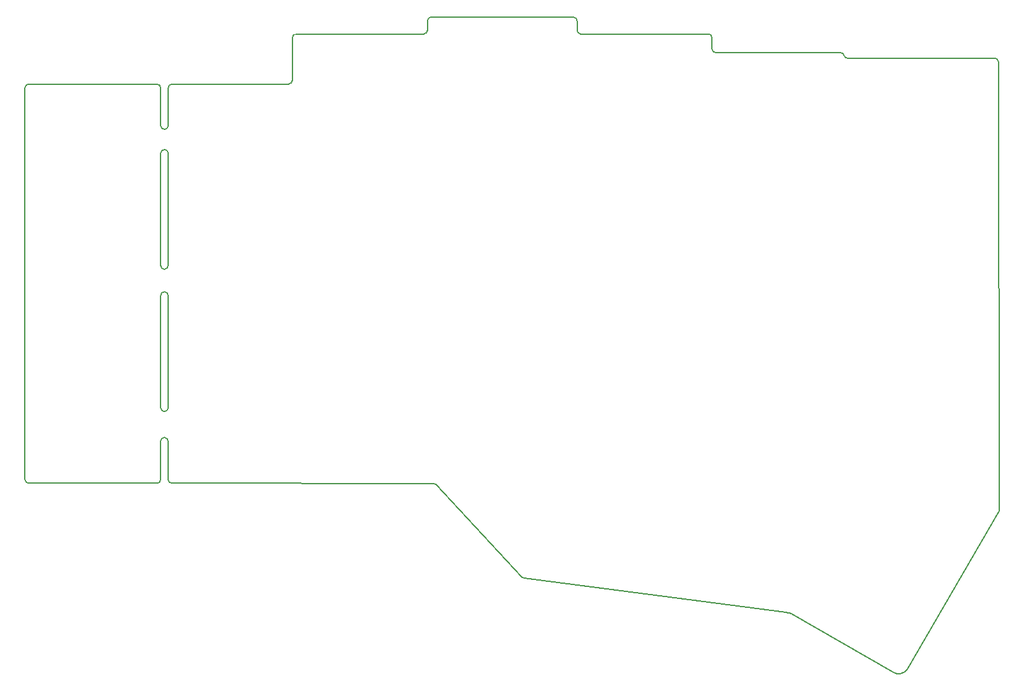
<source format=gm1>
G04 #@! TF.GenerationSoftware,KiCad,Pcbnew,(6.0.7)*
G04 #@! TF.CreationDate,2022-09-10T18:50:33+02:00*
G04 #@! TF.ProjectId,chococorne,63686f63-6f63-46f7-926e-652e6b696361,2.1*
G04 #@! TF.SameCoordinates,Original*
G04 #@! TF.FileFunction,Profile,NP*
%FSLAX46Y46*%
G04 Gerber Fmt 4.6, Leading zero omitted, Abs format (unit mm)*
G04 Created by KiCad (PCBNEW (6.0.7)) date 2022-09-10 18:50:33*
%MOMM*%
%LPD*%
G01*
G04 APERTURE LIST*
G04 #@! TA.AperFunction,Profile*
%ADD10C,0.150000*%
G04 #@! TD*
G04 APERTURE END LIST*
D10*
X187620000Y-52430000D02*
X167999902Y-52440020D01*
X93390000Y-55890000D02*
X77829520Y-55894020D01*
X113032807Y-109366852D02*
G75*
G03*
X112700000Y-109240000I-332807J-373148D01*
G01*
X124569999Y-121760001D02*
G75*
G03*
X124845863Y-121904977I371001J371001D01*
G01*
X113032807Y-109366852D02*
X124570000Y-121760000D01*
X174021997Y-134429478D02*
G75*
G03*
X175950000Y-134050000I775003J1149978D01*
G01*
X160464519Y-126604023D02*
G75*
G03*
X159810076Y-126474364I-987619J-3268477D01*
G01*
X175950000Y-134050000D02*
X188200000Y-112870000D01*
X160464520Y-126604020D02*
X174021988Y-134429491D01*
X124845863Y-121904977D02*
X159810076Y-126474364D01*
X112700000Y-109240000D02*
X77819520Y-109214020D01*
X167519902Y-52080020D02*
G75*
G03*
X167030000Y-51680000I-489902J-99980D01*
G01*
X167519886Y-52080025D02*
G75*
G03*
X167999902Y-52440020I480014J140025D01*
G01*
X167030000Y-51680000D02*
X150399520Y-51694020D01*
X93390000Y-55890000D02*
G75*
G03*
X93890000Y-55390000I0J500000D01*
G01*
X94399520Y-49194020D02*
G75*
G03*
X93899520Y-49694020I-20J-499980D01*
G01*
X131389520Y-46944020D02*
X112429520Y-46944020D01*
X131889520Y-48694020D02*
X131889520Y-47444020D01*
X149399520Y-49194020D02*
X132389520Y-49194020D01*
X149899520Y-51194020D02*
X149899520Y-49694020D01*
X93899520Y-49694020D02*
X93890000Y-55390000D01*
X111429520Y-49194020D02*
X94399520Y-49194020D01*
X111929520Y-47444020D02*
X111929520Y-48694020D01*
X111429520Y-49194020D02*
G75*
G03*
X111929520Y-48694020I-20J500020D01*
G01*
X112429520Y-46944020D02*
G75*
G03*
X111929520Y-47444020I-20J-499980D01*
G01*
X131889480Y-47444020D02*
G75*
G03*
X131389520Y-46944020I-499980J20D01*
G01*
X131889480Y-48694020D02*
G75*
G03*
X132389520Y-49194020I500020J20D01*
G01*
X149899480Y-49694020D02*
G75*
G03*
X149399520Y-49194020I-499980J20D01*
G01*
X149899480Y-51194020D02*
G75*
G03*
X150399520Y-51694020I500020J20D01*
G01*
X188120000Y-52930000D02*
G75*
G03*
X187620000Y-52430000I-500000J0D01*
G01*
X58710000Y-55890000D02*
G75*
G03*
X58210000Y-56390000I0J-500000D01*
G01*
X58210000Y-108710000D02*
G75*
G03*
X58710000Y-109210000I500000J0D01*
G01*
X77319520Y-103604020D02*
X77319520Y-108714020D01*
X76329520Y-99134020D02*
X76329520Y-84134020D01*
X77329520Y-84134020D02*
X77329520Y-99134020D01*
X77829520Y-55894020D02*
G75*
G03*
X77329520Y-56394020I-20J-499980D01*
G01*
X77329480Y-65134020D02*
G75*
G03*
X76829520Y-64634020I-499980J20D01*
G01*
X76829520Y-64634020D02*
G75*
G03*
X76329520Y-65134020I-20J-499980D01*
G01*
X76819520Y-103104020D02*
G75*
G03*
X76319520Y-103604020I-20J-499980D01*
G01*
X77319480Y-103604020D02*
G75*
G03*
X76819520Y-103104020I-499980J20D01*
G01*
X76829520Y-99634020D02*
G75*
G03*
X77329520Y-99134020I-20J500020D01*
G01*
X76319520Y-108714020D02*
X76319520Y-103604020D01*
X77329520Y-61444020D02*
X77329520Y-56394020D01*
X76329520Y-56394020D02*
X76329520Y-61444020D01*
X76329480Y-99134020D02*
G75*
G03*
X76829520Y-99634020I500020J20D01*
G01*
X76829520Y-83634020D02*
G75*
G03*
X76329520Y-84134020I-20J-499980D01*
G01*
X77329480Y-84134020D02*
G75*
G03*
X76829520Y-83634020I-499980J20D01*
G01*
X76329480Y-80134020D02*
G75*
G03*
X76829520Y-80634020I500020J20D01*
G01*
X76829520Y-80634020D02*
G75*
G03*
X77329520Y-80134020I-20J500020D01*
G01*
X76329480Y-56394020D02*
G75*
G03*
X75829520Y-55894020I-499980J20D01*
G01*
X76829520Y-61944020D02*
G75*
G03*
X77329520Y-61444020I-20J500020D01*
G01*
X76329480Y-61444020D02*
G75*
G03*
X76829520Y-61944020I500020J20D01*
G01*
X77329520Y-80134020D02*
X77329520Y-65134020D01*
X76329520Y-65134020D02*
X76329520Y-80134020D01*
X75819520Y-109214020D02*
G75*
G03*
X76319520Y-108714020I-20J500020D01*
G01*
X77319480Y-108714020D02*
G75*
G03*
X77819520Y-109214020I500020J20D01*
G01*
X75829520Y-55894020D02*
X58710000Y-55890000D01*
X75819520Y-109214020D02*
X58710000Y-109210000D01*
X58210000Y-56390000D02*
X58210000Y-108710000D01*
X188120000Y-52930000D02*
X188200000Y-112870000D01*
M02*

</source>
